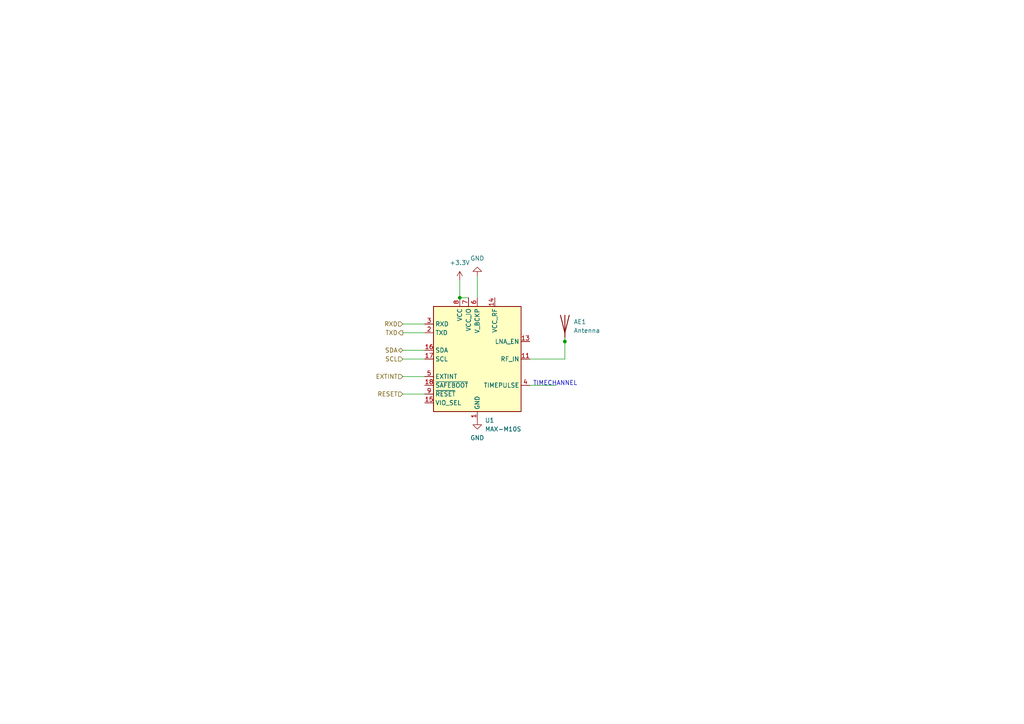
<source format=kicad_sch>
(kicad_sch
	(version 20231120)
	(generator "eeschema")
	(generator_version "8.0")
	(uuid "4527fea5-a759-4b59-909f-bd74c2b8af0c")
	(paper "A4")
	(title_block
		(title "GPS")
		(date "2024-12-08")
		(comment 1 "MAX-M10S")
		(comment 2 "This data sheet describes the MAX-M10S module, an ultra-low-power")
		(comment 3 "FROM:- MAX-M10S Integration manual")
	)
	(lib_symbols
		(symbol "Device:Antenna"
			(pin_numbers hide)
			(pin_names
				(offset 1.016) hide)
			(exclude_from_sim no)
			(in_bom yes)
			(on_board yes)
			(property "Reference" "AE"
				(at -1.905 1.905 0)
				(effects
					(font
						(size 1.27 1.27)
					)
					(justify right)
				)
			)
			(property "Value" "Antenna"
				(at -1.905 0 0)
				(effects
					(font
						(size 1.27 1.27)
					)
					(justify right)
				)
			)
			(property "Footprint" ""
				(at 0 0 0)
				(effects
					(font
						(size 1.27 1.27)
					)
					(hide yes)
				)
			)
			(property "Datasheet" "~"
				(at 0 0 0)
				(effects
					(font
						(size 1.27 1.27)
					)
					(hide yes)
				)
			)
			(property "Description" "Antenna"
				(at 0 0 0)
				(effects
					(font
						(size 1.27 1.27)
					)
					(hide yes)
				)
			)
			(property "ki_keywords" "antenna"
				(at 0 0 0)
				(effects
					(font
						(size 1.27 1.27)
					)
					(hide yes)
				)
			)
			(symbol "Antenna_0_1"
				(polyline
					(pts
						(xy 0 2.54) (xy 0 -3.81)
					)
					(stroke
						(width 0.254)
						(type default)
					)
					(fill
						(type none)
					)
				)
				(polyline
					(pts
						(xy 1.27 2.54) (xy 0 -2.54) (xy -1.27 2.54)
					)
					(stroke
						(width 0.254)
						(type default)
					)
					(fill
						(type none)
					)
				)
			)
			(symbol "Antenna_1_1"
				(pin input line
					(at 0 -5.08 90)
					(length 2.54)
					(name "A"
						(effects
							(font
								(size 1.27 1.27)
							)
						)
					)
					(number "1"
						(effects
							(font
								(size 1.27 1.27)
							)
						)
					)
				)
			)
		)
		(symbol "RF_GPS:MAX-M10S"
			(exclude_from_sim no)
			(in_bom yes)
			(on_board yes)
			(property "Reference" "U"
				(at -10.16 16.51 0)
				(effects
					(font
						(size 1.27 1.27)
					)
				)
			)
			(property "Value" "MAX-M10S"
				(at 11.43 16.51 0)
				(effects
					(font
						(size 1.27 1.27)
					)
				)
			)
			(property "Footprint" "RF_GPS:ublox_MAX"
				(at 10.16 -16.51 0)
				(effects
					(font
						(size 1.27 1.27)
					)
					(hide yes)
				)
			)
			(property "Datasheet" "https://content.u-blox.com/sites/default/files/MAX-M10S_DataSheet_UBX-20035208.pdf"
				(at 0 0 0)
				(effects
					(font
						(size 1.27 1.27)
					)
					(hide yes)
				)
			)
			(property "Description" "GNSS Module MAX M10, VCC 1.65V to 3.6V"
				(at 0 0 0)
				(effects
					(font
						(size 1.27 1.27)
					)
					(hide yes)
				)
			)
			(property "ki_keywords" "ublox GPS GNSS module"
				(at 0 0 0)
				(effects
					(font
						(size 1.27 1.27)
					)
					(hide yes)
				)
			)
			(property "ki_fp_filters" "ublox?MAX*"
				(at 0 0 0)
				(effects
					(font
						(size 1.27 1.27)
					)
					(hide yes)
				)
			)
			(symbol "MAX-M10S_0_1"
				(rectangle
					(start 12.7 15.24)
					(end -12.7 -15.24)
					(stroke
						(width 0.254)
						(type default)
					)
					(fill
						(type background)
					)
				)
			)
			(symbol "MAX-M10S_1_1"
				(pin power_in line
					(at 0 -17.78 90)
					(length 2.54)
					(name "GND"
						(effects
							(font
								(size 1.27 1.27)
							)
						)
					)
					(number "1"
						(effects
							(font
								(size 1.27 1.27)
							)
						)
					)
				)
				(pin passive line
					(at 0 -17.78 90)
					(length 2.54) hide
					(name "GND"
						(effects
							(font
								(size 1.27 1.27)
							)
						)
					)
					(number "10"
						(effects
							(font
								(size 1.27 1.27)
							)
						)
					)
				)
				(pin input line
					(at 15.24 0 180)
					(length 2.54)
					(name "RF_IN"
						(effects
							(font
								(size 1.27 1.27)
							)
						)
					)
					(number "11"
						(effects
							(font
								(size 1.27 1.27)
							)
						)
					)
				)
				(pin passive line
					(at 0 -17.78 90)
					(length 2.54) hide
					(name "GND"
						(effects
							(font
								(size 1.27 1.27)
							)
						)
					)
					(number "12"
						(effects
							(font
								(size 1.27 1.27)
							)
						)
					)
				)
				(pin output line
					(at 15.24 5.08 180)
					(length 2.54)
					(name "LNA_EN"
						(effects
							(font
								(size 1.27 1.27)
							)
						)
					)
					(number "13"
						(effects
							(font
								(size 1.27 1.27)
							)
						)
					)
				)
				(pin power_out line
					(at 5.08 17.78 270)
					(length 2.54)
					(name "VCC_RF"
						(effects
							(font
								(size 1.27 1.27)
							)
						)
					)
					(number "14"
						(effects
							(font
								(size 1.27 1.27)
							)
						)
					)
				)
				(pin input line
					(at -15.24 -12.7 0)
					(length 2.54)
					(name "VIO_SEL"
						(effects
							(font
								(size 1.27 1.27)
							)
						)
					)
					(number "15"
						(effects
							(font
								(size 1.27 1.27)
							)
						)
					)
				)
				(pin bidirectional line
					(at -15.24 2.54 0)
					(length 2.54)
					(name "SDA"
						(effects
							(font
								(size 1.27 1.27)
							)
						)
					)
					(number "16"
						(effects
							(font
								(size 1.27 1.27)
							)
						)
					)
				)
				(pin input line
					(at -15.24 0 0)
					(length 2.54)
					(name "SCL"
						(effects
							(font
								(size 1.27 1.27)
							)
						)
					)
					(number "17"
						(effects
							(font
								(size 1.27 1.27)
							)
						)
					)
				)
				(pin input line
					(at -15.24 -7.62 0)
					(length 2.54)
					(name "~{SAFEBOOT}"
						(effects
							(font
								(size 1.27 1.27)
							)
						)
					)
					(number "18"
						(effects
							(font
								(size 1.27 1.27)
							)
						)
					)
				)
				(pin output line
					(at -15.24 7.62 0)
					(length 2.54)
					(name "TXD"
						(effects
							(font
								(size 1.27 1.27)
							)
						)
					)
					(number "2"
						(effects
							(font
								(size 1.27 1.27)
							)
						)
					)
				)
				(pin input line
					(at -15.24 10.16 0)
					(length 2.54)
					(name "RXD"
						(effects
							(font
								(size 1.27 1.27)
							)
						)
					)
					(number "3"
						(effects
							(font
								(size 1.27 1.27)
							)
						)
					)
				)
				(pin output line
					(at 15.24 -7.62 180)
					(length 2.54)
					(name "TIMEPULSE"
						(effects
							(font
								(size 1.27 1.27)
							)
						)
					)
					(number "4"
						(effects
							(font
								(size 1.27 1.27)
							)
						)
					)
				)
				(pin input line
					(at -15.24 -5.08 0)
					(length 2.54)
					(name "EXTINT"
						(effects
							(font
								(size 1.27 1.27)
							)
						)
					)
					(number "5"
						(effects
							(font
								(size 1.27 1.27)
							)
						)
					)
				)
				(pin power_in line
					(at 0 17.78 270)
					(length 2.54)
					(name "V_BCKP"
						(effects
							(font
								(size 1.27 1.27)
							)
						)
					)
					(number "6"
						(effects
							(font
								(size 1.27 1.27)
							)
						)
					)
				)
				(pin power_in line
					(at -2.54 17.78 270)
					(length 2.54)
					(name "VCC_IO"
						(effects
							(font
								(size 1.27 1.27)
							)
						)
					)
					(number "7"
						(effects
							(font
								(size 1.27 1.27)
							)
						)
					)
				)
				(pin power_in line
					(at -5.08 17.78 270)
					(length 2.54)
					(name "VCC"
						(effects
							(font
								(size 1.27 1.27)
							)
						)
					)
					(number "8"
						(effects
							(font
								(size 1.27 1.27)
							)
						)
					)
				)
				(pin input line
					(at -15.24 -10.16 0)
					(length 2.54)
					(name "~{RESET}"
						(effects
							(font
								(size 1.27 1.27)
							)
						)
					)
					(number "9"
						(effects
							(font
								(size 1.27 1.27)
							)
						)
					)
				)
			)
		)
		(symbol "power:+3.3V"
			(power)
			(pin_numbers hide)
			(pin_names
				(offset 0) hide)
			(exclude_from_sim no)
			(in_bom yes)
			(on_board yes)
			(property "Reference" "#PWR"
				(at 0 -3.81 0)
				(effects
					(font
						(size 1.27 1.27)
					)
					(hide yes)
				)
			)
			(property "Value" "+3.3V"
				(at 0 3.556 0)
				(effects
					(font
						(size 1.27 1.27)
					)
				)
			)
			(property "Footprint" ""
				(at 0 0 0)
				(effects
					(font
						(size 1.27 1.27)
					)
					(hide yes)
				)
			)
			(property "Datasheet" ""
				(at 0 0 0)
				(effects
					(font
						(size 1.27 1.27)
					)
					(hide yes)
				)
			)
			(property "Description" "Power symbol creates a global label with name \"+3.3V\""
				(at 0 0 0)
				(effects
					(font
						(size 1.27 1.27)
					)
					(hide yes)
				)
			)
			(property "ki_keywords" "global power"
				(at 0 0 0)
				(effects
					(font
						(size 1.27 1.27)
					)
					(hide yes)
				)
			)
			(symbol "+3.3V_0_1"
				(polyline
					(pts
						(xy -0.762 1.27) (xy 0 2.54)
					)
					(stroke
						(width 0)
						(type default)
					)
					(fill
						(type none)
					)
				)
				(polyline
					(pts
						(xy 0 0) (xy 0 2.54)
					)
					(stroke
						(width 0)
						(type default)
					)
					(fill
						(type none)
					)
				)
				(polyline
					(pts
						(xy 0 2.54) (xy 0.762 1.27)
					)
					(stroke
						(width 0)
						(type default)
					)
					(fill
						(type none)
					)
				)
			)
			(symbol "+3.3V_1_1"
				(pin power_in line
					(at 0 0 90)
					(length 0)
					(name "~"
						(effects
							(font
								(size 1.27 1.27)
							)
						)
					)
					(number "1"
						(effects
							(font
								(size 1.27 1.27)
							)
						)
					)
				)
			)
		)
		(symbol "power:GND"
			(power)
			(pin_numbers hide)
			(pin_names
				(offset 0) hide)
			(exclude_from_sim no)
			(in_bom yes)
			(on_board yes)
			(property "Reference" "#PWR"
				(at 0 -6.35 0)
				(effects
					(font
						(size 1.27 1.27)
					)
					(hide yes)
				)
			)
			(property "Value" "GND"
				(at 0 -3.81 0)
				(effects
					(font
						(size 1.27 1.27)
					)
				)
			)
			(property "Footprint" ""
				(at 0 0 0)
				(effects
					(font
						(size 1.27 1.27)
					)
					(hide yes)
				)
			)
			(property "Datasheet" ""
				(at 0 0 0)
				(effects
					(font
						(size 1.27 1.27)
					)
					(hide yes)
				)
			)
			(property "Description" "Power symbol creates a global label with name \"GND\" , ground"
				(at 0 0 0)
				(effects
					(font
						(size 1.27 1.27)
					)
					(hide yes)
				)
			)
			(property "ki_keywords" "global power"
				(at 0 0 0)
				(effects
					(font
						(size 1.27 1.27)
					)
					(hide yes)
				)
			)
			(symbol "GND_0_1"
				(polyline
					(pts
						(xy 0 0) (xy 0 -1.27) (xy 1.27 -1.27) (xy 0 -2.54) (xy -1.27 -1.27) (xy 0 -1.27)
					)
					(stroke
						(width 0)
						(type default)
					)
					(fill
						(type none)
					)
				)
			)
			(symbol "GND_1_1"
				(pin power_in line
					(at 0 0 270)
					(length 0)
					(name "~"
						(effects
							(font
								(size 1.27 1.27)
							)
						)
					)
					(number "1"
						(effects
							(font
								(size 1.27 1.27)
							)
						)
					)
				)
			)
		)
	)
	(junction
		(at 163.83 99.06)
		(diameter 0)
		(color 0 0 0 0)
		(uuid "c2c41664-b1a0-4761-9c84-de94b8a35a4f")
	)
	(junction
		(at 133.35 86.36)
		(diameter 0)
		(color 0 0 0 0)
		(uuid "c4999ef5-7a2f-4035-9645-64f07b97c24f")
	)
	(wire
		(pts
			(xy 116.84 93.98) (xy 123.19 93.98)
		)
		(stroke
			(width 0)
			(type default)
		)
		(uuid "37e13b8e-74ff-49aa-a561-4e3b409ac796")
	)
	(wire
		(pts
			(xy 116.84 114.3) (xy 123.19 114.3)
		)
		(stroke
			(width 0)
			(type default)
		)
		(uuid "466000be-38cb-4d9c-b85e-9c73ab50a70c")
	)
	(wire
		(pts
			(xy 116.84 96.52) (xy 123.19 96.52)
		)
		(stroke
			(width 0)
			(type default)
		)
		(uuid "473284ad-2637-41c0-8861-4fb4ce5bd8ed")
	)
	(wire
		(pts
			(xy 133.35 81.28) (xy 133.35 86.36)
		)
		(stroke
			(width 0)
			(type default)
		)
		(uuid "525397fd-8729-49b3-9370-8a13d5677d4f")
	)
	(wire
		(pts
			(xy 116.84 104.14) (xy 123.19 104.14)
		)
		(stroke
			(width 0)
			(type default)
		)
		(uuid "7c86721b-55ca-47c5-93ae-ec35edbff025")
	)
	(wire
		(pts
			(xy 153.67 104.14) (xy 163.83 104.14)
		)
		(stroke
			(width 0)
			(type default)
		)
		(uuid "8024e30d-3be4-467f-9b3a-708038232a04")
	)
	(wire
		(pts
			(xy 116.84 101.6) (xy 123.19 101.6)
		)
		(stroke
			(width 0)
			(type default)
		)
		(uuid "8dd0ca0c-de97-4e2d-9d75-7de6c57f278f")
	)
	(wire
		(pts
			(xy 138.43 86.36) (xy 138.43 80.01)
		)
		(stroke
			(width 0)
			(type default)
		)
		(uuid "a13ec8c2-1818-4936-9a82-47b8539ba182")
	)
	(wire
		(pts
			(xy 163.83 99.06) (xy 163.83 104.14)
		)
		(stroke
			(width 0)
			(type default)
		)
		(uuid "ae30466c-947f-42aa-8a2b-50c9892f7e35")
	)
	(wire
		(pts
			(xy 116.84 109.22) (xy 123.19 109.22)
		)
		(stroke
			(width 0)
			(type default)
		)
		(uuid "d039d132-ed37-4866-9e96-f479c4955654")
	)
	(wire
		(pts
			(xy 153.67 111.76) (xy 161.29 111.76)
		)
		(stroke
			(width 0)
			(type default)
		)
		(uuid "d1531c1a-7995-48d9-989c-e0078fc4685f")
	)
	(wire
		(pts
			(xy 163.83 97.79) (xy 163.83 99.06)
		)
		(stroke
			(width 0)
			(type default)
		)
		(uuid "d58c623b-85f7-4a6c-94a0-693eddb24e9e")
	)
	(wire
		(pts
			(xy 133.35 86.36) (xy 135.89 86.36)
		)
		(stroke
			(width 0)
			(type default)
		)
		(uuid "f947e60a-3a4e-427c-8b60-2b4e4cf72bba")
	)
	(text "TIMECHANNEL"
		(exclude_from_sim no)
		(at 161.036 111.252 0)
		(effects
			(font
				(size 1.27 1.27)
			)
		)
		(uuid "6ea5a00d-cbd3-46b8-a528-98436380439e")
	)
	(hierarchical_label "RXD"
		(shape input)
		(at 116.84 93.98 180)
		(fields_autoplaced yes)
		(effects
			(font
				(size 1.27 1.27)
			)
			(justify right)
		)
		(uuid "21ea3df3-bee4-4749-8892-67939a1abfdd")
	)
	(hierarchical_label "EXTINT"
		(shape input)
		(at 116.84 109.22 180)
		(fields_autoplaced yes)
		(effects
			(font
				(size 1.27 1.27)
			)
			(justify right)
		)
		(uuid "3d0bba17-8d40-487c-9b88-3d8ea0b184d6")
	)
	(hierarchical_label "SCL"
		(shape input)
		(at 116.84 104.14 180)
		(fields_autoplaced yes)
		(effects
			(font
				(size 1.27 1.27)
			)
			(justify right)
		)
		(uuid "5a93fa8c-61a2-49b8-821d-00c624dcdd08")
	)
	(hierarchical_label "SDA"
		(shape bidirectional)
		(at 116.84 101.6 180)
		(fields_autoplaced yes)
		(effects
			(font
				(size 1.27 1.27)
			)
			(justify right)
		)
		(uuid "9fbda7d2-76ae-4dab-bc29-8b4bdf78c901")
	)
	(hierarchical_label "RESET"
		(shape input)
		(at 116.84 114.3 180)
		(fields_autoplaced yes)
		(effects
			(font
				(size 1.27 1.27)
			)
			(justify right)
		)
		(uuid "bfe2e95e-2257-4021-bea7-f3c56896e7d2")
	)
	(hierarchical_label "TXD"
		(shape output)
		(at 116.84 96.52 180)
		(fields_autoplaced yes)
		(effects
			(font
				(size 1.27 1.27)
			)
			(justify right)
		)
		(uuid "e9788519-c8fc-430c-a800-c73032e85ccc")
	)
	(symbol
		(lib_id "power:GND")
		(at 138.43 121.92 0)
		(unit 1)
		(exclude_from_sim no)
		(in_bom yes)
		(on_board yes)
		(dnp no)
		(fields_autoplaced yes)
		(uuid "2c035df8-86f6-41b0-98bf-039a4e5df4dd")
		(property "Reference" "#PWR03"
			(at 138.43 128.27 0)
			(effects
				(font
					(size 1.27 1.27)
				)
				(hide yes)
			)
		)
		(property "Value" "GND"
			(at 138.43 127 0)
			(effects
				(font
					(size 1.27 1.27)
				)
			)
		)
		(property "Footprint" ""
			(at 138.43 121.92 0)
			(effects
				(font
					(size 1.27 1.27)
				)
				(hide yes)
			)
		)
		(property "Datasheet" ""
			(at 138.43 121.92 0)
			(effects
				(font
					(size 1.27 1.27)
				)
				(hide yes)
			)
		)
		(property "Description" "Power symbol creates a global label with name \"GND\" , ground"
			(at 138.43 121.92 0)
			(effects
				(font
					(size 1.27 1.27)
				)
				(hide yes)
			)
		)
		(pin "1"
			(uuid "edd2f5ad-9fae-4aae-82bd-7b67978f5d3e")
		)
		(instances
			(project ""
				(path "/4527fea5-a759-4b59-909f-bd74c2b8af0c"
					(reference "#PWR03")
					(unit 1)
				)
			)
		)
	)
	(symbol
		(lib_id "power:+3.3V")
		(at 133.35 81.28 0)
		(unit 1)
		(exclude_from_sim no)
		(in_bom yes)
		(on_board yes)
		(dnp no)
		(fields_autoplaced yes)
		(uuid "864f9d9f-25f3-42b1-acf3-152e37dbd8e5")
		(property "Reference" "#PWR01"
			(at 133.35 85.09 0)
			(effects
				(font
					(size 1.27 1.27)
				)
				(hide yes)
			)
		)
		(property "Value" "+3.3V"
			(at 133.35 76.2 0)
			(effects
				(font
					(size 1.27 1.27)
				)
			)
		)
		(property "Footprint" ""
			(at 133.35 81.28 0)
			(effects
				(font
					(size 1.27 1.27)
				)
				(hide yes)
			)
		)
		(property "Datasheet" ""
			(at 133.35 81.28 0)
			(effects
				(font
					(size 1.27 1.27)
				)
				(hide yes)
			)
		)
		(property "Description" "Power symbol creates a global label with name \"+3.3V\""
			(at 133.35 81.28 0)
			(effects
				(font
					(size 1.27 1.27)
				)
				(hide yes)
			)
		)
		(pin "1"
			(uuid "455e512f-efef-461c-904d-6c5de9bdb2c7")
		)
		(instances
			(project ""
				(path "/4527fea5-a759-4b59-909f-bd74c2b8af0c"
					(reference "#PWR01")
					(unit 1)
				)
			)
		)
	)
	(symbol
		(lib_id "power:GND")
		(at 138.43 80.01 0)
		(mirror x)
		(unit 1)
		(exclude_from_sim no)
		(in_bom yes)
		(on_board yes)
		(dnp no)
		(uuid "a8b4d6a9-e2d3-4cb5-b1eb-00d8eaf5a07c")
		(property "Reference" "#PWR02"
			(at 138.43 73.66 0)
			(effects
				(font
					(size 1.27 1.27)
				)
				(hide yes)
			)
		)
		(property "Value" "GND"
			(at 138.43 74.93 0)
			(effects
				(font
					(size 1.27 1.27)
				)
			)
		)
		(property "Footprint" ""
			(at 138.43 80.01 0)
			(effects
				(font
					(size 1.27 1.27)
				)
				(hide yes)
			)
		)
		(property "Datasheet" ""
			(at 138.43 80.01 0)
			(effects
				(font
					(size 1.27 1.27)
				)
				(hide yes)
			)
		)
		(property "Description" "Power symbol creates a global label with name \"GND\" , ground"
			(at 138.43 80.01 0)
			(effects
				(font
					(size 1.27 1.27)
				)
				(hide yes)
			)
		)
		(pin "1"
			(uuid "99afb6a0-6bdb-4dca-95c0-1a302bb343f1")
		)
		(instances
			(project ""
				(path "/4527fea5-a759-4b59-909f-bd74c2b8af0c"
					(reference "#PWR02")
					(unit 1)
				)
			)
		)
	)
	(symbol
		(lib_id "RF_GPS:MAX-M10S")
		(at 138.43 104.14 0)
		(unit 1)
		(exclude_from_sim no)
		(in_bom yes)
		(on_board yes)
		(dnp no)
		(fields_autoplaced yes)
		(uuid "c8746e64-fb88-4404-a7ec-1d266c25e7e2")
		(property "Reference" "U1"
			(at 140.6241 121.92 0)
			(effects
				(font
					(size 1.27 1.27)
				)
				(justify left)
			)
		)
		(property "Value" "MAX-M10S"
			(at 140.6241 124.46 0)
			(effects
				(font
					(size 1.27 1.27)
				)
				(justify left)
			)
		)
		(property "Footprint" "RF_GPS:ublox_MAX"
			(at 148.59 120.65 0)
			(effects
				(font
					(size 1.27 1.27)
				)
				(hide yes)
			)
		)
		(property "Datasheet" "https://content.u-blox.com/sites/default/files/MAX-M10S_DataSheet_UBX-20035208.pdf"
			(at 138.43 104.14 0)
			(effects
				(font
					(size 1.27 1.27)
				)
				(hide yes)
			)
		)
		(property "Description" "GNSS Module MAX M10, VCC 1.65V to 3.6V"
			(at 138.43 104.14 0)
			(effects
				(font
					(size 1.27 1.27)
				)
				(hide yes)
			)
		)
		(pin "7"
			(uuid "42b3d3cf-b29e-4e22-bacc-ef4ce6933df6")
		)
		(pin "18"
			(uuid "ceae7acf-5d8d-4bfe-9436-981b13987f67")
		)
		(pin "11"
			(uuid "0e66b50f-32a2-4897-861a-582d1027966c")
		)
		(pin "10"
			(uuid "d6a45116-4fa5-4022-ad89-3b24615d4136")
		)
		(pin "8"
			(uuid "560ed832-c661-4ffc-a081-959800f52db7")
		)
		(pin "12"
			(uuid "486c7784-c19d-49df-9d39-12a3f5d7736f")
		)
		(pin "4"
			(uuid "41021156-467e-4ff8-af19-3477a73bdd28")
		)
		(pin "5"
			(uuid "be3b3a96-aea6-4ebe-bd24-72688f117309")
		)
		(pin "14"
			(uuid "d03d2f84-de60-483f-9d58-b87c6b47a5b5")
		)
		(pin "1"
			(uuid "19c073b9-d6fe-436c-b64e-b60c42bd3869")
		)
		(pin "15"
			(uuid "6b74cd16-ea86-46f3-b621-03663933d0cd")
		)
		(pin "16"
			(uuid "da681d69-de2c-4b39-b30e-d526e8bd0995")
		)
		(pin "6"
			(uuid "74e31e40-2a1e-43f8-9aa7-002c87e6714b")
		)
		(pin "9"
			(uuid "9c32cead-34e3-4522-95a5-9cb60c2445da")
		)
		(pin "2"
			(uuid "2198c19e-0c15-4076-bce1-9d3509003363")
		)
		(pin "17"
			(uuid "d54404a1-dac9-46e2-8d72-fcef69bb987b")
		)
		(pin "13"
			(uuid "7fba62f9-fb79-4137-a875-035b9a5feb4f")
		)
		(pin "3"
			(uuid "8c1d7686-9f8b-4894-8c8a-a4fcf8de7691")
		)
		(instances
			(project ""
				(path "/4527fea5-a759-4b59-909f-bd74c2b8af0c"
					(reference "U1")
					(unit 1)
				)
			)
		)
	)
	(symbol
		(lib_id "Device:Antenna")
		(at 163.83 93.98 0)
		(unit 1)
		(exclude_from_sim no)
		(in_bom yes)
		(on_board yes)
		(dnp no)
		(fields_autoplaced yes)
		(uuid "f20efe28-f5e2-446e-8f29-1649262846fd")
		(property "Reference" "AE1"
			(at 166.37 93.3449 0)
			(effects
				(font
					(size 1.27 1.27)
				)
				(justify left)
			)
		)
		(property "Value" "Antenna"
			(at 166.37 95.8849 0)
			(effects
				(font
					(size 1.27 1.27)
				)
				(justify left)
			)
		)
		(property "Footprint" ""
			(at 163.83 93.98 0)
			(effects
				(font
					(size 1.27 1.27)
				)
				(hide yes)
			)
		)
		(property "Datasheet" "~"
			(at 163.83 93.98 0)
			(effects
				(font
					(size 1.27 1.27)
				)
				(hide yes)
			)
		)
		(property "Description" "Antenna"
			(at 163.83 93.98 0)
			(effects
				(font
					(size 1.27 1.27)
				)
				(hide yes)
			)
		)
		(pin "1"
			(uuid "07577c14-8ef0-4ed1-87a2-4276bd383fc4")
		)
		(instances
			(project ""
				(path "/4527fea5-a759-4b59-909f-bd74c2b8af0c"
					(reference "AE1")
					(unit 1)
				)
			)
		)
	)
	(sheet_instances
		(path "/"
			(page "1")
		)
	)
)

</source>
